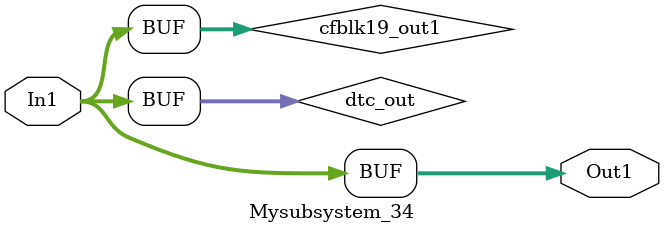
<source format=v>



`timescale 1 ns / 1 ns

module Mysubsystem_34
          (In1,
           Out1);


  input   [7:0] In1;  // uint8
  output  [7:0] Out1;  // uint8


  wire [7:0] dtc_out;  // ufix8
  wire [7:0] cfblk19_out1;  // uint8


  assign dtc_out = In1;



  assign cfblk19_out1 = dtc_out;



  assign Out1 = cfblk19_out1;

endmodule  // Mysubsystem_34


</source>
